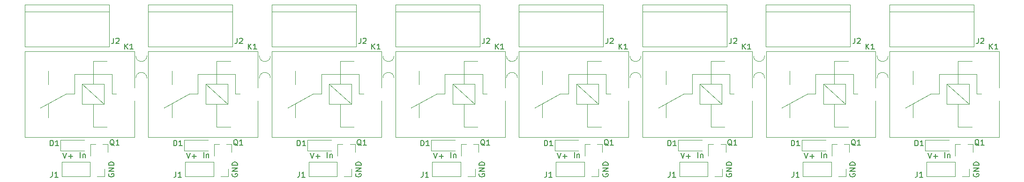
<source format=gbr>
G04 #@! TF.GenerationSoftware,KiCad,Pcbnew,5.1.5-52549c5~86~ubuntu19.10.1*
G04 #@! TF.CreationDate,2020-04-08T23:51:40+02:00*
G04 #@! TF.ProjectId,multi_CH,6d756c74-695f-4434-982e-6b696361645f,rev?*
G04 #@! TF.SameCoordinates,Original*
G04 #@! TF.FileFunction,Legend,Top*
G04 #@! TF.FilePolarity,Positive*
%FSLAX46Y46*%
G04 Gerber Fmt 4.6, Leading zero omitted, Abs format (unit mm)*
G04 Created by KiCad (PCBNEW 5.1.5-52549c5~86~ubuntu19.10.1) date 2020-04-08 23:51:40*
%MOMM*%
%LPD*%
G04 APERTURE LIST*
%ADD10C,0.150000*%
%ADD11C,0.100000*%
%ADD12C,0.120000*%
G04 APERTURE END LIST*
D10*
X227487119Y-93051380D02*
X227820452Y-94051380D01*
X228153785Y-93051380D01*
X228487119Y-93670428D02*
X229249023Y-93670428D01*
X228868071Y-94051380D02*
X228868071Y-93289476D01*
X205167119Y-93051380D02*
X205500452Y-94051380D01*
X205833785Y-93051380D01*
X206167119Y-93670428D02*
X206929023Y-93670428D01*
X206548071Y-94051380D02*
X206548071Y-93289476D01*
X182847119Y-93051380D02*
X183180452Y-94051380D01*
X183513785Y-93051380D01*
X183847119Y-93670428D02*
X184609023Y-93670428D01*
X184228071Y-94051380D02*
X184228071Y-93289476D01*
X160527119Y-93051380D02*
X160860452Y-94051380D01*
X161193785Y-93051380D01*
X161527119Y-93670428D02*
X162289023Y-93670428D01*
X161908071Y-94051380D02*
X161908071Y-93289476D01*
X138207119Y-93051380D02*
X138540452Y-94051380D01*
X138873785Y-93051380D01*
X139207119Y-93670428D02*
X139969023Y-93670428D01*
X139588071Y-94051380D02*
X139588071Y-93289476D01*
X115887119Y-93051380D02*
X116220452Y-94051380D01*
X116553785Y-93051380D01*
X116887119Y-93670428D02*
X117649023Y-93670428D01*
X117268071Y-94051380D02*
X117268071Y-93289476D01*
X93567119Y-93051380D02*
X93900452Y-94051380D01*
X94233785Y-93051380D01*
X94567119Y-93670428D02*
X95329023Y-93670428D01*
X94948071Y-94051380D02*
X94948071Y-93289476D01*
X235750000Y-96837404D02*
X235702380Y-96932642D01*
X235702380Y-97075500D01*
X235750000Y-97218357D01*
X235845238Y-97313595D01*
X235940476Y-97361214D01*
X236130952Y-97408833D01*
X236273809Y-97408833D01*
X236464285Y-97361214D01*
X236559523Y-97313595D01*
X236654761Y-97218357D01*
X236702380Y-97075500D01*
X236702380Y-96980261D01*
X236654761Y-96837404D01*
X236607142Y-96789785D01*
X236273809Y-96789785D01*
X236273809Y-96980261D01*
X236702380Y-96361214D02*
X235702380Y-96361214D01*
X236702380Y-95789785D01*
X235702380Y-95789785D01*
X236702380Y-95313595D02*
X235702380Y-95313595D01*
X235702380Y-95075500D01*
X235750000Y-94932642D01*
X235845238Y-94837404D01*
X235940476Y-94789785D01*
X236130952Y-94742166D01*
X236273809Y-94742166D01*
X236464285Y-94789785D01*
X236559523Y-94837404D01*
X236654761Y-94932642D01*
X236702380Y-95075500D01*
X236702380Y-95313595D01*
X213430000Y-96837404D02*
X213382380Y-96932642D01*
X213382380Y-97075500D01*
X213430000Y-97218357D01*
X213525238Y-97313595D01*
X213620476Y-97361214D01*
X213810952Y-97408833D01*
X213953809Y-97408833D01*
X214144285Y-97361214D01*
X214239523Y-97313595D01*
X214334761Y-97218357D01*
X214382380Y-97075500D01*
X214382380Y-96980261D01*
X214334761Y-96837404D01*
X214287142Y-96789785D01*
X213953809Y-96789785D01*
X213953809Y-96980261D01*
X214382380Y-96361214D02*
X213382380Y-96361214D01*
X214382380Y-95789785D01*
X213382380Y-95789785D01*
X214382380Y-95313595D02*
X213382380Y-95313595D01*
X213382380Y-95075500D01*
X213430000Y-94932642D01*
X213525238Y-94837404D01*
X213620476Y-94789785D01*
X213810952Y-94742166D01*
X213953809Y-94742166D01*
X214144285Y-94789785D01*
X214239523Y-94837404D01*
X214334761Y-94932642D01*
X214382380Y-95075500D01*
X214382380Y-95313595D01*
X191110000Y-96837404D02*
X191062380Y-96932642D01*
X191062380Y-97075500D01*
X191110000Y-97218357D01*
X191205238Y-97313595D01*
X191300476Y-97361214D01*
X191490952Y-97408833D01*
X191633809Y-97408833D01*
X191824285Y-97361214D01*
X191919523Y-97313595D01*
X192014761Y-97218357D01*
X192062380Y-97075500D01*
X192062380Y-96980261D01*
X192014761Y-96837404D01*
X191967142Y-96789785D01*
X191633809Y-96789785D01*
X191633809Y-96980261D01*
X192062380Y-96361214D02*
X191062380Y-96361214D01*
X192062380Y-95789785D01*
X191062380Y-95789785D01*
X192062380Y-95313595D02*
X191062380Y-95313595D01*
X191062380Y-95075500D01*
X191110000Y-94932642D01*
X191205238Y-94837404D01*
X191300476Y-94789785D01*
X191490952Y-94742166D01*
X191633809Y-94742166D01*
X191824285Y-94789785D01*
X191919523Y-94837404D01*
X192014761Y-94932642D01*
X192062380Y-95075500D01*
X192062380Y-95313595D01*
X168790000Y-96837404D02*
X168742380Y-96932642D01*
X168742380Y-97075500D01*
X168790000Y-97218357D01*
X168885238Y-97313595D01*
X168980476Y-97361214D01*
X169170952Y-97408833D01*
X169313809Y-97408833D01*
X169504285Y-97361214D01*
X169599523Y-97313595D01*
X169694761Y-97218357D01*
X169742380Y-97075500D01*
X169742380Y-96980261D01*
X169694761Y-96837404D01*
X169647142Y-96789785D01*
X169313809Y-96789785D01*
X169313809Y-96980261D01*
X169742380Y-96361214D02*
X168742380Y-96361214D01*
X169742380Y-95789785D01*
X168742380Y-95789785D01*
X169742380Y-95313595D02*
X168742380Y-95313595D01*
X168742380Y-95075500D01*
X168790000Y-94932642D01*
X168885238Y-94837404D01*
X168980476Y-94789785D01*
X169170952Y-94742166D01*
X169313809Y-94742166D01*
X169504285Y-94789785D01*
X169599523Y-94837404D01*
X169694761Y-94932642D01*
X169742380Y-95075500D01*
X169742380Y-95313595D01*
X146470000Y-96837404D02*
X146422380Y-96932642D01*
X146422380Y-97075500D01*
X146470000Y-97218357D01*
X146565238Y-97313595D01*
X146660476Y-97361214D01*
X146850952Y-97408833D01*
X146993809Y-97408833D01*
X147184285Y-97361214D01*
X147279523Y-97313595D01*
X147374761Y-97218357D01*
X147422380Y-97075500D01*
X147422380Y-96980261D01*
X147374761Y-96837404D01*
X147327142Y-96789785D01*
X146993809Y-96789785D01*
X146993809Y-96980261D01*
X147422380Y-96361214D02*
X146422380Y-96361214D01*
X147422380Y-95789785D01*
X146422380Y-95789785D01*
X147422380Y-95313595D02*
X146422380Y-95313595D01*
X146422380Y-95075500D01*
X146470000Y-94932642D01*
X146565238Y-94837404D01*
X146660476Y-94789785D01*
X146850952Y-94742166D01*
X146993809Y-94742166D01*
X147184285Y-94789785D01*
X147279523Y-94837404D01*
X147374761Y-94932642D01*
X147422380Y-95075500D01*
X147422380Y-95313595D01*
X124150000Y-96837404D02*
X124102380Y-96932642D01*
X124102380Y-97075500D01*
X124150000Y-97218357D01*
X124245238Y-97313595D01*
X124340476Y-97361214D01*
X124530952Y-97408833D01*
X124673809Y-97408833D01*
X124864285Y-97361214D01*
X124959523Y-97313595D01*
X125054761Y-97218357D01*
X125102380Y-97075500D01*
X125102380Y-96980261D01*
X125054761Y-96837404D01*
X125007142Y-96789785D01*
X124673809Y-96789785D01*
X124673809Y-96980261D01*
X125102380Y-96361214D02*
X124102380Y-96361214D01*
X125102380Y-95789785D01*
X124102380Y-95789785D01*
X125102380Y-95313595D02*
X124102380Y-95313595D01*
X124102380Y-95075500D01*
X124150000Y-94932642D01*
X124245238Y-94837404D01*
X124340476Y-94789785D01*
X124530952Y-94742166D01*
X124673809Y-94742166D01*
X124864285Y-94789785D01*
X124959523Y-94837404D01*
X125054761Y-94932642D01*
X125102380Y-95075500D01*
X125102380Y-95313595D01*
X101830000Y-96837404D02*
X101782380Y-96932642D01*
X101782380Y-97075500D01*
X101830000Y-97218357D01*
X101925238Y-97313595D01*
X102020476Y-97361214D01*
X102210952Y-97408833D01*
X102353809Y-97408833D01*
X102544285Y-97361214D01*
X102639523Y-97313595D01*
X102734761Y-97218357D01*
X102782380Y-97075500D01*
X102782380Y-96980261D01*
X102734761Y-96837404D01*
X102687142Y-96789785D01*
X102353809Y-96789785D01*
X102353809Y-96980261D01*
X102782380Y-96361214D02*
X101782380Y-96361214D01*
X102782380Y-95789785D01*
X101782380Y-95789785D01*
X102782380Y-95313595D02*
X101782380Y-95313595D01*
X101782380Y-95075500D01*
X101830000Y-94932642D01*
X101925238Y-94837404D01*
X102020476Y-94789785D01*
X102210952Y-94742166D01*
X102353809Y-94742166D01*
X102544285Y-94789785D01*
X102639523Y-94837404D01*
X102734761Y-94932642D01*
X102782380Y-95075500D01*
X102782380Y-95313595D01*
X230590619Y-93924380D02*
X230590619Y-92924380D01*
X231066809Y-93257714D02*
X231066809Y-93924380D01*
X231066809Y-93352952D02*
X231114428Y-93305333D01*
X231209666Y-93257714D01*
X231352523Y-93257714D01*
X231447761Y-93305333D01*
X231495380Y-93400571D01*
X231495380Y-93924380D01*
X208270619Y-93924380D02*
X208270619Y-92924380D01*
X208746809Y-93257714D02*
X208746809Y-93924380D01*
X208746809Y-93352952D02*
X208794428Y-93305333D01*
X208889666Y-93257714D01*
X209032523Y-93257714D01*
X209127761Y-93305333D01*
X209175380Y-93400571D01*
X209175380Y-93924380D01*
X185950619Y-93924380D02*
X185950619Y-92924380D01*
X186426809Y-93257714D02*
X186426809Y-93924380D01*
X186426809Y-93352952D02*
X186474428Y-93305333D01*
X186569666Y-93257714D01*
X186712523Y-93257714D01*
X186807761Y-93305333D01*
X186855380Y-93400571D01*
X186855380Y-93924380D01*
X163630619Y-93924380D02*
X163630619Y-92924380D01*
X164106809Y-93257714D02*
X164106809Y-93924380D01*
X164106809Y-93352952D02*
X164154428Y-93305333D01*
X164249666Y-93257714D01*
X164392523Y-93257714D01*
X164487761Y-93305333D01*
X164535380Y-93400571D01*
X164535380Y-93924380D01*
X141310619Y-93924380D02*
X141310619Y-92924380D01*
X141786809Y-93257714D02*
X141786809Y-93924380D01*
X141786809Y-93352952D02*
X141834428Y-93305333D01*
X141929666Y-93257714D01*
X142072523Y-93257714D01*
X142167761Y-93305333D01*
X142215380Y-93400571D01*
X142215380Y-93924380D01*
X118990619Y-93924380D02*
X118990619Y-92924380D01*
X119466809Y-93257714D02*
X119466809Y-93924380D01*
X119466809Y-93352952D02*
X119514428Y-93305333D01*
X119609666Y-93257714D01*
X119752523Y-93257714D01*
X119847761Y-93305333D01*
X119895380Y-93400571D01*
X119895380Y-93924380D01*
X96670619Y-93924380D02*
X96670619Y-92924380D01*
X97146809Y-93257714D02*
X97146809Y-93924380D01*
X97146809Y-93352952D02*
X97194428Y-93305333D01*
X97289666Y-93257714D01*
X97432523Y-93257714D01*
X97527761Y-93305333D01*
X97575380Y-93400571D01*
X97575380Y-93924380D01*
X79510000Y-96837404D02*
X79462380Y-96932642D01*
X79462380Y-97075500D01*
X79510000Y-97218357D01*
X79605238Y-97313595D01*
X79700476Y-97361214D01*
X79890952Y-97408833D01*
X80033809Y-97408833D01*
X80224285Y-97361214D01*
X80319523Y-97313595D01*
X80414761Y-97218357D01*
X80462380Y-97075500D01*
X80462380Y-96980261D01*
X80414761Y-96837404D01*
X80367142Y-96789785D01*
X80033809Y-96789785D01*
X80033809Y-96980261D01*
X80462380Y-96361214D02*
X79462380Y-96361214D01*
X80462380Y-95789785D01*
X79462380Y-95789785D01*
X80462380Y-95313595D02*
X79462380Y-95313595D01*
X79462380Y-95075500D01*
X79510000Y-94932642D01*
X79605238Y-94837404D01*
X79700476Y-94789785D01*
X79890952Y-94742166D01*
X80033809Y-94742166D01*
X80224285Y-94789785D01*
X80319523Y-94837404D01*
X80414761Y-94932642D01*
X80462380Y-95075500D01*
X80462380Y-95313595D01*
X74350619Y-93924380D02*
X74350619Y-92924380D01*
X74826809Y-93257714D02*
X74826809Y-93924380D01*
X74826809Y-93352952D02*
X74874428Y-93305333D01*
X74969666Y-93257714D01*
X75112523Y-93257714D01*
X75207761Y-93305333D01*
X75255380Y-93400571D01*
X75255380Y-93924380D01*
X71247119Y-93051380D02*
X71580452Y-94051380D01*
X71913785Y-93051380D01*
X72247119Y-93670428D02*
X73009023Y-93670428D01*
X72628071Y-94051380D02*
X72628071Y-93289476D01*
D11*
X220315500Y-79470000D02*
G75*
G03X218315500Y-79470000I-1000000J0D01*
G01*
X218315500Y-75470000D02*
G75*
G03X220315500Y-75470000I1000000J0D01*
G01*
X197995500Y-79470000D02*
G75*
G03X195995500Y-79470000I-1000000J0D01*
G01*
X195995500Y-75470000D02*
G75*
G03X197995500Y-75470000I1000000J0D01*
G01*
X175675500Y-79470000D02*
G75*
G03X173675500Y-79470000I-1000000J0D01*
G01*
X173675500Y-75470000D02*
G75*
G03X175675500Y-75470000I1000000J0D01*
G01*
X153355500Y-79470000D02*
G75*
G03X151355500Y-79470000I-1000000J0D01*
G01*
X151355500Y-75470000D02*
G75*
G03X153355500Y-75470000I1000000J0D01*
G01*
X131035500Y-79470000D02*
G75*
G03X129035500Y-79470000I-1000000J0D01*
G01*
X129035500Y-75470000D02*
G75*
G03X131035500Y-75470000I1000000J0D01*
G01*
X108715500Y-79470000D02*
G75*
G03X106715500Y-79470000I-1000000J0D01*
G01*
X106715500Y-75470000D02*
G75*
G03X108715500Y-75470000I1000000J0D01*
G01*
D12*
X240371500Y-81223000D02*
X240371500Y-74623000D01*
X240371500Y-90223000D02*
X240371500Y-83623000D01*
X240371500Y-90223000D02*
X220571500Y-90223000D01*
X220571500Y-90223000D02*
X220571500Y-74623000D01*
X220571500Y-74623000D02*
X240371500Y-74623000D01*
X224821500Y-78223000D02*
X224821500Y-80673000D01*
X224821500Y-86623000D02*
X224821500Y-84123000D01*
X235421500Y-76373000D02*
X232921500Y-76373000D01*
X236321500Y-82373000D02*
X237121500Y-82373000D01*
X232921500Y-88373000D02*
X235421500Y-88373000D01*
X229521500Y-82373000D02*
X228021500Y-82373000D01*
X228021500Y-82373000D02*
X223421500Y-84873000D01*
X229521500Y-78773000D02*
X236321500Y-78773000D01*
X229521500Y-82373000D02*
X229521500Y-78773000D01*
X236321500Y-82373000D02*
X236321500Y-78773000D01*
X232921500Y-88373000D02*
X232921500Y-84173000D01*
X232921500Y-80573000D02*
X232921500Y-76373000D01*
X230921500Y-80573000D02*
X234921500Y-84173000D01*
X234921500Y-80573000D02*
X234921500Y-84173000D01*
X234921500Y-84173000D02*
X230921500Y-84173000D01*
X230921500Y-84173000D02*
X230921500Y-80573000D01*
X230921500Y-80573000D02*
X234921500Y-80573000D01*
X218051500Y-81223000D02*
X218051500Y-74623000D01*
X218051500Y-90223000D02*
X218051500Y-83623000D01*
X218051500Y-90223000D02*
X198251500Y-90223000D01*
X198251500Y-90223000D02*
X198251500Y-74623000D01*
X198251500Y-74623000D02*
X218051500Y-74623000D01*
X202501500Y-78223000D02*
X202501500Y-80673000D01*
X202501500Y-86623000D02*
X202501500Y-84123000D01*
X213101500Y-76373000D02*
X210601500Y-76373000D01*
X214001500Y-82373000D02*
X214801500Y-82373000D01*
X210601500Y-88373000D02*
X213101500Y-88373000D01*
X207201500Y-82373000D02*
X205701500Y-82373000D01*
X205701500Y-82373000D02*
X201101500Y-84873000D01*
X207201500Y-78773000D02*
X214001500Y-78773000D01*
X207201500Y-82373000D02*
X207201500Y-78773000D01*
X214001500Y-82373000D02*
X214001500Y-78773000D01*
X210601500Y-88373000D02*
X210601500Y-84173000D01*
X210601500Y-80573000D02*
X210601500Y-76373000D01*
X208601500Y-80573000D02*
X212601500Y-84173000D01*
X212601500Y-80573000D02*
X212601500Y-84173000D01*
X212601500Y-84173000D02*
X208601500Y-84173000D01*
X208601500Y-84173000D02*
X208601500Y-80573000D01*
X208601500Y-80573000D02*
X212601500Y-80573000D01*
X195731500Y-81223000D02*
X195731500Y-74623000D01*
X195731500Y-90223000D02*
X195731500Y-83623000D01*
X195731500Y-90223000D02*
X175931500Y-90223000D01*
X175931500Y-90223000D02*
X175931500Y-74623000D01*
X175931500Y-74623000D02*
X195731500Y-74623000D01*
X180181500Y-78223000D02*
X180181500Y-80673000D01*
X180181500Y-86623000D02*
X180181500Y-84123000D01*
X190781500Y-76373000D02*
X188281500Y-76373000D01*
X191681500Y-82373000D02*
X192481500Y-82373000D01*
X188281500Y-88373000D02*
X190781500Y-88373000D01*
X184881500Y-82373000D02*
X183381500Y-82373000D01*
X183381500Y-82373000D02*
X178781500Y-84873000D01*
X184881500Y-78773000D02*
X191681500Y-78773000D01*
X184881500Y-82373000D02*
X184881500Y-78773000D01*
X191681500Y-82373000D02*
X191681500Y-78773000D01*
X188281500Y-88373000D02*
X188281500Y-84173000D01*
X188281500Y-80573000D02*
X188281500Y-76373000D01*
X186281500Y-80573000D02*
X190281500Y-84173000D01*
X190281500Y-80573000D02*
X190281500Y-84173000D01*
X190281500Y-84173000D02*
X186281500Y-84173000D01*
X186281500Y-84173000D02*
X186281500Y-80573000D01*
X186281500Y-80573000D02*
X190281500Y-80573000D01*
X173411500Y-81223000D02*
X173411500Y-74623000D01*
X173411500Y-90223000D02*
X173411500Y-83623000D01*
X173411500Y-90223000D02*
X153611500Y-90223000D01*
X153611500Y-90223000D02*
X153611500Y-74623000D01*
X153611500Y-74623000D02*
X173411500Y-74623000D01*
X157861500Y-78223000D02*
X157861500Y-80673000D01*
X157861500Y-86623000D02*
X157861500Y-84123000D01*
X168461500Y-76373000D02*
X165961500Y-76373000D01*
X169361500Y-82373000D02*
X170161500Y-82373000D01*
X165961500Y-88373000D02*
X168461500Y-88373000D01*
X162561500Y-82373000D02*
X161061500Y-82373000D01*
X161061500Y-82373000D02*
X156461500Y-84873000D01*
X162561500Y-78773000D02*
X169361500Y-78773000D01*
X162561500Y-82373000D02*
X162561500Y-78773000D01*
X169361500Y-82373000D02*
X169361500Y-78773000D01*
X165961500Y-88373000D02*
X165961500Y-84173000D01*
X165961500Y-80573000D02*
X165961500Y-76373000D01*
X163961500Y-80573000D02*
X167961500Y-84173000D01*
X167961500Y-80573000D02*
X167961500Y-84173000D01*
X167961500Y-84173000D02*
X163961500Y-84173000D01*
X163961500Y-84173000D02*
X163961500Y-80573000D01*
X163961500Y-80573000D02*
X167961500Y-80573000D01*
X151091500Y-81223000D02*
X151091500Y-74623000D01*
X151091500Y-90223000D02*
X151091500Y-83623000D01*
X151091500Y-90223000D02*
X131291500Y-90223000D01*
X131291500Y-90223000D02*
X131291500Y-74623000D01*
X131291500Y-74623000D02*
X151091500Y-74623000D01*
X135541500Y-78223000D02*
X135541500Y-80673000D01*
X135541500Y-86623000D02*
X135541500Y-84123000D01*
X146141500Y-76373000D02*
X143641500Y-76373000D01*
X147041500Y-82373000D02*
X147841500Y-82373000D01*
X143641500Y-88373000D02*
X146141500Y-88373000D01*
X140241500Y-82373000D02*
X138741500Y-82373000D01*
X138741500Y-82373000D02*
X134141500Y-84873000D01*
X140241500Y-78773000D02*
X147041500Y-78773000D01*
X140241500Y-82373000D02*
X140241500Y-78773000D01*
X147041500Y-82373000D02*
X147041500Y-78773000D01*
X143641500Y-88373000D02*
X143641500Y-84173000D01*
X143641500Y-80573000D02*
X143641500Y-76373000D01*
X141641500Y-80573000D02*
X145641500Y-84173000D01*
X145641500Y-80573000D02*
X145641500Y-84173000D01*
X145641500Y-84173000D02*
X141641500Y-84173000D01*
X141641500Y-84173000D02*
X141641500Y-80573000D01*
X141641500Y-80573000D02*
X145641500Y-80573000D01*
X128771500Y-81223000D02*
X128771500Y-74623000D01*
X128771500Y-90223000D02*
X128771500Y-83623000D01*
X128771500Y-90223000D02*
X108971500Y-90223000D01*
X108971500Y-90223000D02*
X108971500Y-74623000D01*
X108971500Y-74623000D02*
X128771500Y-74623000D01*
X113221500Y-78223000D02*
X113221500Y-80673000D01*
X113221500Y-86623000D02*
X113221500Y-84123000D01*
X123821500Y-76373000D02*
X121321500Y-76373000D01*
X124721500Y-82373000D02*
X125521500Y-82373000D01*
X121321500Y-88373000D02*
X123821500Y-88373000D01*
X117921500Y-82373000D02*
X116421500Y-82373000D01*
X116421500Y-82373000D02*
X111821500Y-84873000D01*
X117921500Y-78773000D02*
X124721500Y-78773000D01*
X117921500Y-82373000D02*
X117921500Y-78773000D01*
X124721500Y-82373000D02*
X124721500Y-78773000D01*
X121321500Y-88373000D02*
X121321500Y-84173000D01*
X121321500Y-80573000D02*
X121321500Y-76373000D01*
X119321500Y-80573000D02*
X123321500Y-84173000D01*
X123321500Y-80573000D02*
X123321500Y-84173000D01*
X123321500Y-84173000D02*
X119321500Y-84173000D01*
X119321500Y-84173000D02*
X119321500Y-80573000D01*
X119321500Y-80573000D02*
X123321500Y-80573000D01*
X106451500Y-81223000D02*
X106451500Y-74623000D01*
X106451500Y-90223000D02*
X106451500Y-83623000D01*
X106451500Y-90223000D02*
X86651500Y-90223000D01*
X86651500Y-90223000D02*
X86651500Y-74623000D01*
X86651500Y-74623000D02*
X106451500Y-74623000D01*
X90901500Y-78223000D02*
X90901500Y-80673000D01*
X90901500Y-86623000D02*
X90901500Y-84123000D01*
X101501500Y-76373000D02*
X99001500Y-76373000D01*
X102401500Y-82373000D02*
X103201500Y-82373000D01*
X99001500Y-88373000D02*
X101501500Y-88373000D01*
X95601500Y-82373000D02*
X94101500Y-82373000D01*
X94101500Y-82373000D02*
X89501500Y-84873000D01*
X95601500Y-78773000D02*
X102401500Y-78773000D01*
X95601500Y-82373000D02*
X95601500Y-78773000D01*
X102401500Y-82373000D02*
X102401500Y-78773000D01*
X99001500Y-88373000D02*
X99001500Y-84173000D01*
X99001500Y-80573000D02*
X99001500Y-76373000D01*
X97001500Y-80573000D02*
X101001500Y-84173000D01*
X101001500Y-80573000D02*
X101001500Y-84173000D01*
X101001500Y-84173000D02*
X97001500Y-84173000D01*
X97001500Y-84173000D02*
X97001500Y-80573000D01*
X97001500Y-80573000D02*
X101001500Y-80573000D01*
X235607500Y-91442000D02*
X235607500Y-92902000D01*
X232447500Y-91442000D02*
X232447500Y-93602000D01*
X232447500Y-91442000D02*
X233377500Y-91442000D01*
X235607500Y-91442000D02*
X234677500Y-91442000D01*
X213287500Y-91442000D02*
X213287500Y-92902000D01*
X210127500Y-91442000D02*
X210127500Y-93602000D01*
X210127500Y-91442000D02*
X211057500Y-91442000D01*
X213287500Y-91442000D02*
X212357500Y-91442000D01*
X190967500Y-91442000D02*
X190967500Y-92902000D01*
X187807500Y-91442000D02*
X187807500Y-93602000D01*
X187807500Y-91442000D02*
X188737500Y-91442000D01*
X190967500Y-91442000D02*
X190037500Y-91442000D01*
X168647500Y-91442000D02*
X168647500Y-92902000D01*
X165487500Y-91442000D02*
X165487500Y-93602000D01*
X165487500Y-91442000D02*
X166417500Y-91442000D01*
X168647500Y-91442000D02*
X167717500Y-91442000D01*
X146327500Y-91442000D02*
X146327500Y-92902000D01*
X143167500Y-91442000D02*
X143167500Y-93602000D01*
X143167500Y-91442000D02*
X144097500Y-91442000D01*
X146327500Y-91442000D02*
X145397500Y-91442000D01*
X124007500Y-91442000D02*
X124007500Y-92902000D01*
X120847500Y-91442000D02*
X120847500Y-93602000D01*
X120847500Y-91442000D02*
X121777500Y-91442000D01*
X124007500Y-91442000D02*
X123077500Y-91442000D01*
X101687500Y-91442000D02*
X101687500Y-92902000D01*
X98527500Y-91442000D02*
X98527500Y-93602000D01*
X98527500Y-91442000D02*
X99457500Y-91442000D01*
X101687500Y-91442000D02*
X100757500Y-91442000D01*
X227032500Y-92694000D02*
X231332500Y-92694000D01*
X227032500Y-90694000D02*
X227032500Y-92694000D01*
X231332500Y-90694000D02*
X227032500Y-90694000D01*
X204712500Y-92694000D02*
X209012500Y-92694000D01*
X204712500Y-90694000D02*
X204712500Y-92694000D01*
X209012500Y-90694000D02*
X204712500Y-90694000D01*
X182392500Y-92694000D02*
X186692500Y-92694000D01*
X182392500Y-90694000D02*
X182392500Y-92694000D01*
X186692500Y-90694000D02*
X182392500Y-90694000D01*
X160072500Y-92694000D02*
X164372500Y-92694000D01*
X160072500Y-90694000D02*
X160072500Y-92694000D01*
X164372500Y-90694000D02*
X160072500Y-90694000D01*
X137752500Y-92694000D02*
X142052500Y-92694000D01*
X137752500Y-90694000D02*
X137752500Y-92694000D01*
X142052500Y-90694000D02*
X137752500Y-90694000D01*
X115432500Y-92694000D02*
X119732500Y-92694000D01*
X115432500Y-90694000D02*
X115432500Y-92694000D01*
X119732500Y-90694000D02*
X115432500Y-90694000D01*
X93112500Y-92694000D02*
X97412500Y-92694000D01*
X93112500Y-90694000D02*
X93112500Y-92694000D01*
X97412500Y-90694000D02*
X93112500Y-90694000D01*
X232376500Y-94682000D02*
X232376500Y-97342000D01*
X232376500Y-94682000D02*
X227236500Y-94682000D01*
X227236500Y-94682000D02*
X227236500Y-97342000D01*
X232376500Y-97342000D02*
X227236500Y-97342000D01*
X234976500Y-97342000D02*
X233646500Y-97342000D01*
X234976500Y-96012000D02*
X234976500Y-97342000D01*
X210056500Y-94682000D02*
X210056500Y-97342000D01*
X210056500Y-94682000D02*
X204916500Y-94682000D01*
X204916500Y-94682000D02*
X204916500Y-97342000D01*
X210056500Y-97342000D02*
X204916500Y-97342000D01*
X212656500Y-97342000D02*
X211326500Y-97342000D01*
X212656500Y-96012000D02*
X212656500Y-97342000D01*
X187736500Y-94682000D02*
X187736500Y-97342000D01*
X187736500Y-94682000D02*
X182596500Y-94682000D01*
X182596500Y-94682000D02*
X182596500Y-97342000D01*
X187736500Y-97342000D02*
X182596500Y-97342000D01*
X190336500Y-97342000D02*
X189006500Y-97342000D01*
X190336500Y-96012000D02*
X190336500Y-97342000D01*
X165416500Y-94682000D02*
X165416500Y-97342000D01*
X165416500Y-94682000D02*
X160276500Y-94682000D01*
X160276500Y-94682000D02*
X160276500Y-97342000D01*
X165416500Y-97342000D02*
X160276500Y-97342000D01*
X168016500Y-97342000D02*
X166686500Y-97342000D01*
X168016500Y-96012000D02*
X168016500Y-97342000D01*
X143096500Y-94682000D02*
X143096500Y-97342000D01*
X143096500Y-94682000D02*
X137956500Y-94682000D01*
X137956500Y-94682000D02*
X137956500Y-97342000D01*
X143096500Y-97342000D02*
X137956500Y-97342000D01*
X145696500Y-97342000D02*
X144366500Y-97342000D01*
X145696500Y-96012000D02*
X145696500Y-97342000D01*
X120776500Y-94682000D02*
X120776500Y-97342000D01*
X120776500Y-94682000D02*
X115636500Y-94682000D01*
X115636500Y-94682000D02*
X115636500Y-97342000D01*
X120776500Y-97342000D02*
X115636500Y-97342000D01*
X123376500Y-97342000D02*
X122046500Y-97342000D01*
X123376500Y-96012000D02*
X123376500Y-97342000D01*
X98456500Y-94682000D02*
X98456500Y-97342000D01*
X98456500Y-94682000D02*
X93316500Y-94682000D01*
X93316500Y-94682000D02*
X93316500Y-97342000D01*
X98456500Y-97342000D02*
X93316500Y-97342000D01*
X101056500Y-97342000D02*
X99726500Y-97342000D01*
X101056500Y-96012000D02*
X101056500Y-97342000D01*
X235805500Y-66167000D02*
X220565500Y-66167000D01*
X235805500Y-73787000D02*
X220565500Y-73787000D01*
X235805500Y-67437000D02*
X220565500Y-67437000D01*
X220565500Y-66167000D02*
X220565500Y-73787000D01*
X235805500Y-66167000D02*
X235805500Y-73787000D01*
X213485500Y-66167000D02*
X198245500Y-66167000D01*
X213485500Y-73787000D02*
X198245500Y-73787000D01*
X213485500Y-67437000D02*
X198245500Y-67437000D01*
X198245500Y-66167000D02*
X198245500Y-73787000D01*
X213485500Y-66167000D02*
X213485500Y-73787000D01*
X191165500Y-66167000D02*
X175925500Y-66167000D01*
X191165500Y-73787000D02*
X175925500Y-73787000D01*
X191165500Y-67437000D02*
X175925500Y-67437000D01*
X175925500Y-66167000D02*
X175925500Y-73787000D01*
X191165500Y-66167000D02*
X191165500Y-73787000D01*
X168845500Y-66167000D02*
X153605500Y-66167000D01*
X168845500Y-73787000D02*
X153605500Y-73787000D01*
X168845500Y-67437000D02*
X153605500Y-67437000D01*
X153605500Y-66167000D02*
X153605500Y-73787000D01*
X168845500Y-66167000D02*
X168845500Y-73787000D01*
X146525500Y-66167000D02*
X131285500Y-66167000D01*
X146525500Y-73787000D02*
X131285500Y-73787000D01*
X146525500Y-67437000D02*
X131285500Y-67437000D01*
X131285500Y-66167000D02*
X131285500Y-73787000D01*
X146525500Y-66167000D02*
X146525500Y-73787000D01*
X124205500Y-66167000D02*
X108965500Y-66167000D01*
X124205500Y-73787000D02*
X108965500Y-73787000D01*
X124205500Y-67437000D02*
X108965500Y-67437000D01*
X108965500Y-66167000D02*
X108965500Y-73787000D01*
X124205500Y-66167000D02*
X124205500Y-73787000D01*
X101885500Y-66167000D02*
X86645500Y-66167000D01*
X101885500Y-73787000D02*
X86645500Y-73787000D01*
X101885500Y-67437000D02*
X86645500Y-67437000D01*
X86645500Y-66167000D02*
X86645500Y-73787000D01*
X101885500Y-66167000D02*
X101885500Y-73787000D01*
D11*
X84395500Y-75470000D02*
G75*
G03X86395500Y-75470000I1000000J0D01*
G01*
X86395500Y-79470000D02*
G75*
G03X84395500Y-79470000I-1000000J0D01*
G01*
D12*
X74681500Y-80573000D02*
X78681500Y-80573000D01*
X74681500Y-84173000D02*
X74681500Y-80573000D01*
X78681500Y-84173000D02*
X74681500Y-84173000D01*
X78681500Y-80573000D02*
X78681500Y-84173000D01*
X74681500Y-80573000D02*
X78681500Y-84173000D01*
X76681500Y-80573000D02*
X76681500Y-76373000D01*
X76681500Y-88373000D02*
X76681500Y-84173000D01*
X80081500Y-82373000D02*
X80081500Y-78773000D01*
X73281500Y-82373000D02*
X73281500Y-78773000D01*
X73281500Y-78773000D02*
X80081500Y-78773000D01*
X71781500Y-82373000D02*
X67181500Y-84873000D01*
X73281500Y-82373000D02*
X71781500Y-82373000D01*
X76681500Y-88373000D02*
X79181500Y-88373000D01*
X80081500Y-82373000D02*
X80881500Y-82373000D01*
X79181500Y-76373000D02*
X76681500Y-76373000D01*
X68581500Y-86623000D02*
X68581500Y-84123000D01*
X68581500Y-78223000D02*
X68581500Y-80673000D01*
X64331500Y-74623000D02*
X84131500Y-74623000D01*
X64331500Y-90223000D02*
X64331500Y-74623000D01*
X84131500Y-90223000D02*
X64331500Y-90223000D01*
X84131500Y-90223000D02*
X84131500Y-83623000D01*
X84131500Y-81223000D02*
X84131500Y-74623000D01*
X75092500Y-90694000D02*
X70792500Y-90694000D01*
X70792500Y-90694000D02*
X70792500Y-92694000D01*
X70792500Y-92694000D02*
X75092500Y-92694000D01*
X78736500Y-96012000D02*
X78736500Y-97342000D01*
X78736500Y-97342000D02*
X77406500Y-97342000D01*
X76136500Y-97342000D02*
X70996500Y-97342000D01*
X70996500Y-94682000D02*
X70996500Y-97342000D01*
X76136500Y-94682000D02*
X70996500Y-94682000D01*
X76136500Y-94682000D02*
X76136500Y-97342000D01*
X79565500Y-66167000D02*
X79565500Y-73787000D01*
X64325500Y-66167000D02*
X64325500Y-73787000D01*
X79565500Y-67437000D02*
X64325500Y-67437000D01*
X79565500Y-73787000D02*
X64325500Y-73787000D01*
X79565500Y-66167000D02*
X64325500Y-66167000D01*
X79367500Y-91442000D02*
X78437500Y-91442000D01*
X76207500Y-91442000D02*
X77137500Y-91442000D01*
X76207500Y-91442000D02*
X76207500Y-93602000D01*
X79367500Y-91442000D02*
X79367500Y-92902000D01*
D10*
X238623404Y-74239380D02*
X238623404Y-73239380D01*
X239194833Y-74239380D02*
X238766261Y-73667952D01*
X239194833Y-73239380D02*
X238623404Y-73810809D01*
X240147214Y-74239380D02*
X239575785Y-74239380D01*
X239861500Y-74239380D02*
X239861500Y-73239380D01*
X239766261Y-73382238D01*
X239671023Y-73477476D01*
X239575785Y-73525095D01*
X216303404Y-74239380D02*
X216303404Y-73239380D01*
X216874833Y-74239380D02*
X216446261Y-73667952D01*
X216874833Y-73239380D02*
X216303404Y-73810809D01*
X217827214Y-74239380D02*
X217255785Y-74239380D01*
X217541500Y-74239380D02*
X217541500Y-73239380D01*
X217446261Y-73382238D01*
X217351023Y-73477476D01*
X217255785Y-73525095D01*
X193983404Y-74239380D02*
X193983404Y-73239380D01*
X194554833Y-74239380D02*
X194126261Y-73667952D01*
X194554833Y-73239380D02*
X193983404Y-73810809D01*
X195507214Y-74239380D02*
X194935785Y-74239380D01*
X195221500Y-74239380D02*
X195221500Y-73239380D01*
X195126261Y-73382238D01*
X195031023Y-73477476D01*
X194935785Y-73525095D01*
X171663404Y-74239380D02*
X171663404Y-73239380D01*
X172234833Y-74239380D02*
X171806261Y-73667952D01*
X172234833Y-73239380D02*
X171663404Y-73810809D01*
X173187214Y-74239380D02*
X172615785Y-74239380D01*
X172901500Y-74239380D02*
X172901500Y-73239380D01*
X172806261Y-73382238D01*
X172711023Y-73477476D01*
X172615785Y-73525095D01*
X149343404Y-74239380D02*
X149343404Y-73239380D01*
X149914833Y-74239380D02*
X149486261Y-73667952D01*
X149914833Y-73239380D02*
X149343404Y-73810809D01*
X150867214Y-74239380D02*
X150295785Y-74239380D01*
X150581500Y-74239380D02*
X150581500Y-73239380D01*
X150486261Y-73382238D01*
X150391023Y-73477476D01*
X150295785Y-73525095D01*
X127023404Y-74239380D02*
X127023404Y-73239380D01*
X127594833Y-74239380D02*
X127166261Y-73667952D01*
X127594833Y-73239380D02*
X127023404Y-73810809D01*
X128547214Y-74239380D02*
X127975785Y-74239380D01*
X128261500Y-74239380D02*
X128261500Y-73239380D01*
X128166261Y-73382238D01*
X128071023Y-73477476D01*
X127975785Y-73525095D01*
X104703404Y-74239380D02*
X104703404Y-73239380D01*
X105274833Y-74239380D02*
X104846261Y-73667952D01*
X105274833Y-73239380D02*
X104703404Y-73810809D01*
X106227214Y-74239380D02*
X105655785Y-74239380D01*
X105941500Y-74239380D02*
X105941500Y-73239380D01*
X105846261Y-73382238D01*
X105751023Y-73477476D01*
X105655785Y-73525095D01*
X236726261Y-91733619D02*
X236631023Y-91686000D01*
X236535785Y-91590761D01*
X236392928Y-91447904D01*
X236297690Y-91400285D01*
X236202452Y-91400285D01*
X236250071Y-91638380D02*
X236154833Y-91590761D01*
X236059595Y-91495523D01*
X236011976Y-91305047D01*
X236011976Y-90971714D01*
X236059595Y-90781238D01*
X236154833Y-90686000D01*
X236250071Y-90638380D01*
X236440547Y-90638380D01*
X236535785Y-90686000D01*
X236631023Y-90781238D01*
X236678642Y-90971714D01*
X236678642Y-91305047D01*
X236631023Y-91495523D01*
X236535785Y-91590761D01*
X236440547Y-91638380D01*
X236250071Y-91638380D01*
X237631023Y-91638380D02*
X237059595Y-91638380D01*
X237345309Y-91638380D02*
X237345309Y-90638380D01*
X237250071Y-90781238D01*
X237154833Y-90876476D01*
X237059595Y-90924095D01*
X214406261Y-91733619D02*
X214311023Y-91686000D01*
X214215785Y-91590761D01*
X214072928Y-91447904D01*
X213977690Y-91400285D01*
X213882452Y-91400285D01*
X213930071Y-91638380D02*
X213834833Y-91590761D01*
X213739595Y-91495523D01*
X213691976Y-91305047D01*
X213691976Y-90971714D01*
X213739595Y-90781238D01*
X213834833Y-90686000D01*
X213930071Y-90638380D01*
X214120547Y-90638380D01*
X214215785Y-90686000D01*
X214311023Y-90781238D01*
X214358642Y-90971714D01*
X214358642Y-91305047D01*
X214311023Y-91495523D01*
X214215785Y-91590761D01*
X214120547Y-91638380D01*
X213930071Y-91638380D01*
X215311023Y-91638380D02*
X214739595Y-91638380D01*
X215025309Y-91638380D02*
X215025309Y-90638380D01*
X214930071Y-90781238D01*
X214834833Y-90876476D01*
X214739595Y-90924095D01*
X192086261Y-91733619D02*
X191991023Y-91686000D01*
X191895785Y-91590761D01*
X191752928Y-91447904D01*
X191657690Y-91400285D01*
X191562452Y-91400285D01*
X191610071Y-91638380D02*
X191514833Y-91590761D01*
X191419595Y-91495523D01*
X191371976Y-91305047D01*
X191371976Y-90971714D01*
X191419595Y-90781238D01*
X191514833Y-90686000D01*
X191610071Y-90638380D01*
X191800547Y-90638380D01*
X191895785Y-90686000D01*
X191991023Y-90781238D01*
X192038642Y-90971714D01*
X192038642Y-91305047D01*
X191991023Y-91495523D01*
X191895785Y-91590761D01*
X191800547Y-91638380D01*
X191610071Y-91638380D01*
X192991023Y-91638380D02*
X192419595Y-91638380D01*
X192705309Y-91638380D02*
X192705309Y-90638380D01*
X192610071Y-90781238D01*
X192514833Y-90876476D01*
X192419595Y-90924095D01*
X169766261Y-91733619D02*
X169671023Y-91686000D01*
X169575785Y-91590761D01*
X169432928Y-91447904D01*
X169337690Y-91400285D01*
X169242452Y-91400285D01*
X169290071Y-91638380D02*
X169194833Y-91590761D01*
X169099595Y-91495523D01*
X169051976Y-91305047D01*
X169051976Y-90971714D01*
X169099595Y-90781238D01*
X169194833Y-90686000D01*
X169290071Y-90638380D01*
X169480547Y-90638380D01*
X169575785Y-90686000D01*
X169671023Y-90781238D01*
X169718642Y-90971714D01*
X169718642Y-91305047D01*
X169671023Y-91495523D01*
X169575785Y-91590761D01*
X169480547Y-91638380D01*
X169290071Y-91638380D01*
X170671023Y-91638380D02*
X170099595Y-91638380D01*
X170385309Y-91638380D02*
X170385309Y-90638380D01*
X170290071Y-90781238D01*
X170194833Y-90876476D01*
X170099595Y-90924095D01*
X147446261Y-91733619D02*
X147351023Y-91686000D01*
X147255785Y-91590761D01*
X147112928Y-91447904D01*
X147017690Y-91400285D01*
X146922452Y-91400285D01*
X146970071Y-91638380D02*
X146874833Y-91590761D01*
X146779595Y-91495523D01*
X146731976Y-91305047D01*
X146731976Y-90971714D01*
X146779595Y-90781238D01*
X146874833Y-90686000D01*
X146970071Y-90638380D01*
X147160547Y-90638380D01*
X147255785Y-90686000D01*
X147351023Y-90781238D01*
X147398642Y-90971714D01*
X147398642Y-91305047D01*
X147351023Y-91495523D01*
X147255785Y-91590761D01*
X147160547Y-91638380D01*
X146970071Y-91638380D01*
X148351023Y-91638380D02*
X147779595Y-91638380D01*
X148065309Y-91638380D02*
X148065309Y-90638380D01*
X147970071Y-90781238D01*
X147874833Y-90876476D01*
X147779595Y-90924095D01*
X125126261Y-91733619D02*
X125031023Y-91686000D01*
X124935785Y-91590761D01*
X124792928Y-91447904D01*
X124697690Y-91400285D01*
X124602452Y-91400285D01*
X124650071Y-91638380D02*
X124554833Y-91590761D01*
X124459595Y-91495523D01*
X124411976Y-91305047D01*
X124411976Y-90971714D01*
X124459595Y-90781238D01*
X124554833Y-90686000D01*
X124650071Y-90638380D01*
X124840547Y-90638380D01*
X124935785Y-90686000D01*
X125031023Y-90781238D01*
X125078642Y-90971714D01*
X125078642Y-91305047D01*
X125031023Y-91495523D01*
X124935785Y-91590761D01*
X124840547Y-91638380D01*
X124650071Y-91638380D01*
X126031023Y-91638380D02*
X125459595Y-91638380D01*
X125745309Y-91638380D02*
X125745309Y-90638380D01*
X125650071Y-90781238D01*
X125554833Y-90876476D01*
X125459595Y-90924095D01*
X102806261Y-91733619D02*
X102711023Y-91686000D01*
X102615785Y-91590761D01*
X102472928Y-91447904D01*
X102377690Y-91400285D01*
X102282452Y-91400285D01*
X102330071Y-91638380D02*
X102234833Y-91590761D01*
X102139595Y-91495523D01*
X102091976Y-91305047D01*
X102091976Y-90971714D01*
X102139595Y-90781238D01*
X102234833Y-90686000D01*
X102330071Y-90638380D01*
X102520547Y-90638380D01*
X102615785Y-90686000D01*
X102711023Y-90781238D01*
X102758642Y-90971714D01*
X102758642Y-91305047D01*
X102711023Y-91495523D01*
X102615785Y-91590761D01*
X102520547Y-91638380D01*
X102330071Y-91638380D01*
X103711023Y-91638380D02*
X103139595Y-91638380D01*
X103425309Y-91638380D02*
X103425309Y-90638380D01*
X103330071Y-90781238D01*
X103234833Y-90876476D01*
X103139595Y-90924095D01*
X225161404Y-91765380D02*
X225161404Y-90765380D01*
X225399500Y-90765380D01*
X225542357Y-90813000D01*
X225637595Y-90908238D01*
X225685214Y-91003476D01*
X225732833Y-91193952D01*
X225732833Y-91336809D01*
X225685214Y-91527285D01*
X225637595Y-91622523D01*
X225542357Y-91717761D01*
X225399500Y-91765380D01*
X225161404Y-91765380D01*
X226685214Y-91765380D02*
X226113785Y-91765380D01*
X226399500Y-91765380D02*
X226399500Y-90765380D01*
X226304261Y-90908238D01*
X226209023Y-91003476D01*
X226113785Y-91051095D01*
X202841404Y-91765380D02*
X202841404Y-90765380D01*
X203079500Y-90765380D01*
X203222357Y-90813000D01*
X203317595Y-90908238D01*
X203365214Y-91003476D01*
X203412833Y-91193952D01*
X203412833Y-91336809D01*
X203365214Y-91527285D01*
X203317595Y-91622523D01*
X203222357Y-91717761D01*
X203079500Y-91765380D01*
X202841404Y-91765380D01*
X204365214Y-91765380D02*
X203793785Y-91765380D01*
X204079500Y-91765380D02*
X204079500Y-90765380D01*
X203984261Y-90908238D01*
X203889023Y-91003476D01*
X203793785Y-91051095D01*
X180521404Y-91765380D02*
X180521404Y-90765380D01*
X180759500Y-90765380D01*
X180902357Y-90813000D01*
X180997595Y-90908238D01*
X181045214Y-91003476D01*
X181092833Y-91193952D01*
X181092833Y-91336809D01*
X181045214Y-91527285D01*
X180997595Y-91622523D01*
X180902357Y-91717761D01*
X180759500Y-91765380D01*
X180521404Y-91765380D01*
X182045214Y-91765380D02*
X181473785Y-91765380D01*
X181759500Y-91765380D02*
X181759500Y-90765380D01*
X181664261Y-90908238D01*
X181569023Y-91003476D01*
X181473785Y-91051095D01*
X158201404Y-91765380D02*
X158201404Y-90765380D01*
X158439500Y-90765380D01*
X158582357Y-90813000D01*
X158677595Y-90908238D01*
X158725214Y-91003476D01*
X158772833Y-91193952D01*
X158772833Y-91336809D01*
X158725214Y-91527285D01*
X158677595Y-91622523D01*
X158582357Y-91717761D01*
X158439500Y-91765380D01*
X158201404Y-91765380D01*
X159725214Y-91765380D02*
X159153785Y-91765380D01*
X159439500Y-91765380D02*
X159439500Y-90765380D01*
X159344261Y-90908238D01*
X159249023Y-91003476D01*
X159153785Y-91051095D01*
X135881404Y-91765380D02*
X135881404Y-90765380D01*
X136119500Y-90765380D01*
X136262357Y-90813000D01*
X136357595Y-90908238D01*
X136405214Y-91003476D01*
X136452833Y-91193952D01*
X136452833Y-91336809D01*
X136405214Y-91527285D01*
X136357595Y-91622523D01*
X136262357Y-91717761D01*
X136119500Y-91765380D01*
X135881404Y-91765380D01*
X137405214Y-91765380D02*
X136833785Y-91765380D01*
X137119500Y-91765380D02*
X137119500Y-90765380D01*
X137024261Y-90908238D01*
X136929023Y-91003476D01*
X136833785Y-91051095D01*
X113561404Y-91765380D02*
X113561404Y-90765380D01*
X113799500Y-90765380D01*
X113942357Y-90813000D01*
X114037595Y-90908238D01*
X114085214Y-91003476D01*
X114132833Y-91193952D01*
X114132833Y-91336809D01*
X114085214Y-91527285D01*
X114037595Y-91622523D01*
X113942357Y-91717761D01*
X113799500Y-91765380D01*
X113561404Y-91765380D01*
X115085214Y-91765380D02*
X114513785Y-91765380D01*
X114799500Y-91765380D02*
X114799500Y-90765380D01*
X114704261Y-90908238D01*
X114609023Y-91003476D01*
X114513785Y-91051095D01*
X91241404Y-91765380D02*
X91241404Y-90765380D01*
X91479500Y-90765380D01*
X91622357Y-90813000D01*
X91717595Y-90908238D01*
X91765214Y-91003476D01*
X91812833Y-91193952D01*
X91812833Y-91336809D01*
X91765214Y-91527285D01*
X91717595Y-91622523D01*
X91622357Y-91717761D01*
X91479500Y-91765380D01*
X91241404Y-91765380D01*
X92765214Y-91765380D02*
X92193785Y-91765380D01*
X92479500Y-91765380D02*
X92479500Y-90765380D01*
X92384261Y-90908238D01*
X92289023Y-91003476D01*
X92193785Y-91051095D01*
X225566166Y-96480380D02*
X225566166Y-97194666D01*
X225518547Y-97337523D01*
X225423309Y-97432761D01*
X225280452Y-97480380D01*
X225185214Y-97480380D01*
X226566166Y-97480380D02*
X225994738Y-97480380D01*
X226280452Y-97480380D02*
X226280452Y-96480380D01*
X226185214Y-96623238D01*
X226089976Y-96718476D01*
X225994738Y-96766095D01*
X203246166Y-96480380D02*
X203246166Y-97194666D01*
X203198547Y-97337523D01*
X203103309Y-97432761D01*
X202960452Y-97480380D01*
X202865214Y-97480380D01*
X204246166Y-97480380D02*
X203674738Y-97480380D01*
X203960452Y-97480380D02*
X203960452Y-96480380D01*
X203865214Y-96623238D01*
X203769976Y-96718476D01*
X203674738Y-96766095D01*
X180926166Y-96480380D02*
X180926166Y-97194666D01*
X180878547Y-97337523D01*
X180783309Y-97432761D01*
X180640452Y-97480380D01*
X180545214Y-97480380D01*
X181926166Y-97480380D02*
X181354738Y-97480380D01*
X181640452Y-97480380D02*
X181640452Y-96480380D01*
X181545214Y-96623238D01*
X181449976Y-96718476D01*
X181354738Y-96766095D01*
X158606166Y-96480380D02*
X158606166Y-97194666D01*
X158558547Y-97337523D01*
X158463309Y-97432761D01*
X158320452Y-97480380D01*
X158225214Y-97480380D01*
X159606166Y-97480380D02*
X159034738Y-97480380D01*
X159320452Y-97480380D02*
X159320452Y-96480380D01*
X159225214Y-96623238D01*
X159129976Y-96718476D01*
X159034738Y-96766095D01*
X136286166Y-96480380D02*
X136286166Y-97194666D01*
X136238547Y-97337523D01*
X136143309Y-97432761D01*
X136000452Y-97480380D01*
X135905214Y-97480380D01*
X137286166Y-97480380D02*
X136714738Y-97480380D01*
X137000452Y-97480380D02*
X137000452Y-96480380D01*
X136905214Y-96623238D01*
X136809976Y-96718476D01*
X136714738Y-96766095D01*
X113966166Y-96480380D02*
X113966166Y-97194666D01*
X113918547Y-97337523D01*
X113823309Y-97432761D01*
X113680452Y-97480380D01*
X113585214Y-97480380D01*
X114966166Y-97480380D02*
X114394738Y-97480380D01*
X114680452Y-97480380D02*
X114680452Y-96480380D01*
X114585214Y-96623238D01*
X114489976Y-96718476D01*
X114394738Y-96766095D01*
X91646166Y-96480380D02*
X91646166Y-97194666D01*
X91598547Y-97337523D01*
X91503309Y-97432761D01*
X91360452Y-97480380D01*
X91265214Y-97480380D01*
X92646166Y-97480380D02*
X92074738Y-97480380D01*
X92360452Y-97480380D02*
X92360452Y-96480380D01*
X92265214Y-96623238D01*
X92169976Y-96718476D01*
X92074738Y-96766095D01*
X236615166Y-72223380D02*
X236615166Y-72937666D01*
X236567547Y-73080523D01*
X236472309Y-73175761D01*
X236329452Y-73223380D01*
X236234214Y-73223380D01*
X237043738Y-72318619D02*
X237091357Y-72271000D01*
X237186595Y-72223380D01*
X237424690Y-72223380D01*
X237519928Y-72271000D01*
X237567547Y-72318619D01*
X237615166Y-72413857D01*
X237615166Y-72509095D01*
X237567547Y-72651952D01*
X236996119Y-73223380D01*
X237615166Y-73223380D01*
X214295166Y-72223380D02*
X214295166Y-72937666D01*
X214247547Y-73080523D01*
X214152309Y-73175761D01*
X214009452Y-73223380D01*
X213914214Y-73223380D01*
X214723738Y-72318619D02*
X214771357Y-72271000D01*
X214866595Y-72223380D01*
X215104690Y-72223380D01*
X215199928Y-72271000D01*
X215247547Y-72318619D01*
X215295166Y-72413857D01*
X215295166Y-72509095D01*
X215247547Y-72651952D01*
X214676119Y-73223380D01*
X215295166Y-73223380D01*
X191975166Y-72223380D02*
X191975166Y-72937666D01*
X191927547Y-73080523D01*
X191832309Y-73175761D01*
X191689452Y-73223380D01*
X191594214Y-73223380D01*
X192403738Y-72318619D02*
X192451357Y-72271000D01*
X192546595Y-72223380D01*
X192784690Y-72223380D01*
X192879928Y-72271000D01*
X192927547Y-72318619D01*
X192975166Y-72413857D01*
X192975166Y-72509095D01*
X192927547Y-72651952D01*
X192356119Y-73223380D01*
X192975166Y-73223380D01*
X169655166Y-72223380D02*
X169655166Y-72937666D01*
X169607547Y-73080523D01*
X169512309Y-73175761D01*
X169369452Y-73223380D01*
X169274214Y-73223380D01*
X170083738Y-72318619D02*
X170131357Y-72271000D01*
X170226595Y-72223380D01*
X170464690Y-72223380D01*
X170559928Y-72271000D01*
X170607547Y-72318619D01*
X170655166Y-72413857D01*
X170655166Y-72509095D01*
X170607547Y-72651952D01*
X170036119Y-73223380D01*
X170655166Y-73223380D01*
X147335166Y-72223380D02*
X147335166Y-72937666D01*
X147287547Y-73080523D01*
X147192309Y-73175761D01*
X147049452Y-73223380D01*
X146954214Y-73223380D01*
X147763738Y-72318619D02*
X147811357Y-72271000D01*
X147906595Y-72223380D01*
X148144690Y-72223380D01*
X148239928Y-72271000D01*
X148287547Y-72318619D01*
X148335166Y-72413857D01*
X148335166Y-72509095D01*
X148287547Y-72651952D01*
X147716119Y-73223380D01*
X148335166Y-73223380D01*
X125015166Y-72223380D02*
X125015166Y-72937666D01*
X124967547Y-73080523D01*
X124872309Y-73175761D01*
X124729452Y-73223380D01*
X124634214Y-73223380D01*
X125443738Y-72318619D02*
X125491357Y-72271000D01*
X125586595Y-72223380D01*
X125824690Y-72223380D01*
X125919928Y-72271000D01*
X125967547Y-72318619D01*
X126015166Y-72413857D01*
X126015166Y-72509095D01*
X125967547Y-72651952D01*
X125396119Y-73223380D01*
X126015166Y-73223380D01*
X102695166Y-72223380D02*
X102695166Y-72937666D01*
X102647547Y-73080523D01*
X102552309Y-73175761D01*
X102409452Y-73223380D01*
X102314214Y-73223380D01*
X103123738Y-72318619D02*
X103171357Y-72271000D01*
X103266595Y-72223380D01*
X103504690Y-72223380D01*
X103599928Y-72271000D01*
X103647547Y-72318619D01*
X103695166Y-72413857D01*
X103695166Y-72509095D01*
X103647547Y-72651952D01*
X103076119Y-73223380D01*
X103695166Y-73223380D01*
X82383404Y-74239380D02*
X82383404Y-73239380D01*
X82954833Y-74239380D02*
X82526261Y-73667952D01*
X82954833Y-73239380D02*
X82383404Y-73810809D01*
X83907214Y-74239380D02*
X83335785Y-74239380D01*
X83621500Y-74239380D02*
X83621500Y-73239380D01*
X83526261Y-73382238D01*
X83431023Y-73477476D01*
X83335785Y-73525095D01*
X68921404Y-91765380D02*
X68921404Y-90765380D01*
X69159500Y-90765380D01*
X69302357Y-90813000D01*
X69397595Y-90908238D01*
X69445214Y-91003476D01*
X69492833Y-91193952D01*
X69492833Y-91336809D01*
X69445214Y-91527285D01*
X69397595Y-91622523D01*
X69302357Y-91717761D01*
X69159500Y-91765380D01*
X68921404Y-91765380D01*
X70445214Y-91765380D02*
X69873785Y-91765380D01*
X70159500Y-91765380D02*
X70159500Y-90765380D01*
X70064261Y-90908238D01*
X69969023Y-91003476D01*
X69873785Y-91051095D01*
X69326166Y-96480380D02*
X69326166Y-97194666D01*
X69278547Y-97337523D01*
X69183309Y-97432761D01*
X69040452Y-97480380D01*
X68945214Y-97480380D01*
X70326166Y-97480380D02*
X69754738Y-97480380D01*
X70040452Y-97480380D02*
X70040452Y-96480380D01*
X69945214Y-96623238D01*
X69849976Y-96718476D01*
X69754738Y-96766095D01*
X80375166Y-72223380D02*
X80375166Y-72937666D01*
X80327547Y-73080523D01*
X80232309Y-73175761D01*
X80089452Y-73223380D01*
X79994214Y-73223380D01*
X80803738Y-72318619D02*
X80851357Y-72271000D01*
X80946595Y-72223380D01*
X81184690Y-72223380D01*
X81279928Y-72271000D01*
X81327547Y-72318619D01*
X81375166Y-72413857D01*
X81375166Y-72509095D01*
X81327547Y-72651952D01*
X80756119Y-73223380D01*
X81375166Y-73223380D01*
X80486261Y-91733619D02*
X80391023Y-91686000D01*
X80295785Y-91590761D01*
X80152928Y-91447904D01*
X80057690Y-91400285D01*
X79962452Y-91400285D01*
X80010071Y-91638380D02*
X79914833Y-91590761D01*
X79819595Y-91495523D01*
X79771976Y-91305047D01*
X79771976Y-90971714D01*
X79819595Y-90781238D01*
X79914833Y-90686000D01*
X80010071Y-90638380D01*
X80200547Y-90638380D01*
X80295785Y-90686000D01*
X80391023Y-90781238D01*
X80438642Y-90971714D01*
X80438642Y-91305047D01*
X80391023Y-91495523D01*
X80295785Y-91590761D01*
X80200547Y-91638380D01*
X80010071Y-91638380D01*
X81391023Y-91638380D02*
X80819595Y-91638380D01*
X81105309Y-91638380D02*
X81105309Y-90638380D01*
X81010071Y-90781238D01*
X80914833Y-90876476D01*
X80819595Y-90924095D01*
M02*

</source>
